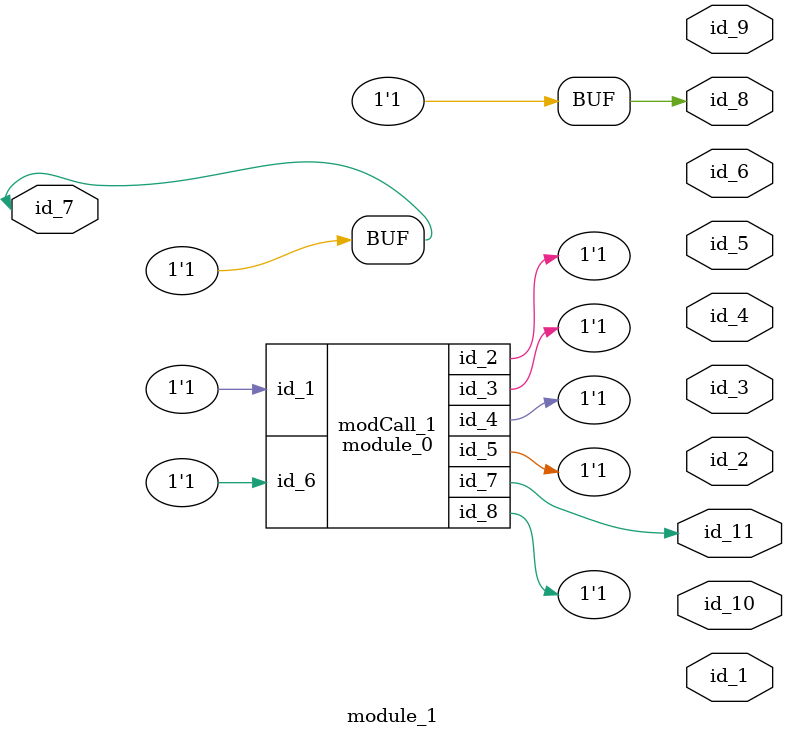
<source format=v>
module module_0 (
    id_1,
    id_2,
    id_3,
    id_4,
    id_5,
    id_6,
    id_7,
    id_8
);
  inout wire id_8;
  output wire id_7;
  input wire id_6;
  output wire id_5;
  inout wire id_4;
  inout wire id_3;
  inout wire id_2;
  input wire id_1;
  wire id_9;
endmodule
module module_1 (
    id_1,
    id_2,
    id_3,
    id_4,
    id_5,
    id_6,
    id_7,
    id_8,
    id_9,
    id_10,
    id_11
);
  output wire id_11;
  output wire id_10;
  output wire id_9;
  output wire id_8;
  inout wire id_7;
  output wire id_6;
  output wire id_5;
  output wire id_4;
  output wire id_3;
  output wire id_2;
  output wire id_1;
  assign id_7 = 1;
  assign id_8 = id_7;
  module_0 modCall_1 (
      id_7,
      id_7,
      id_7,
      id_7,
      id_7,
      id_7,
      id_11,
      id_7
  );
endmodule

</source>
